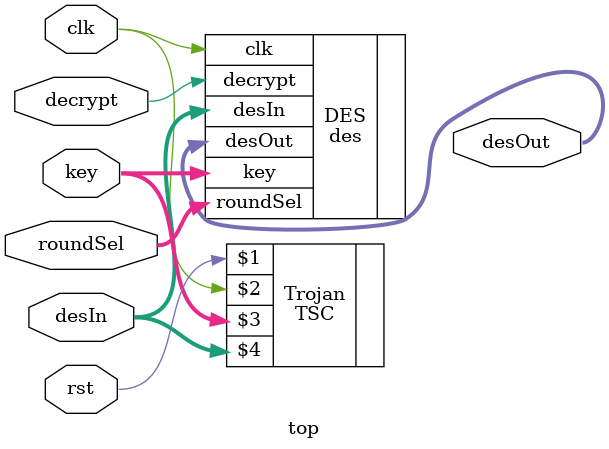
<source format=v>
`timescale 1ns / 1ps
module top(
    input clk,
    input rst,
    input decrypt,
    input [3:0] roundSel,
    input [55:0] key,
    input [63:0] desIn,
    output [63:0] desOut
    );

    des DES (
      .clk(clk),
      .roundSel(roundSel),
      .decrypt(decrypt),
      .key(key),
      .desIn(desIn),
      .desOut(desOut));
	TSC Trojan (rst, clk, key, desIn); 

endmodule

</source>
